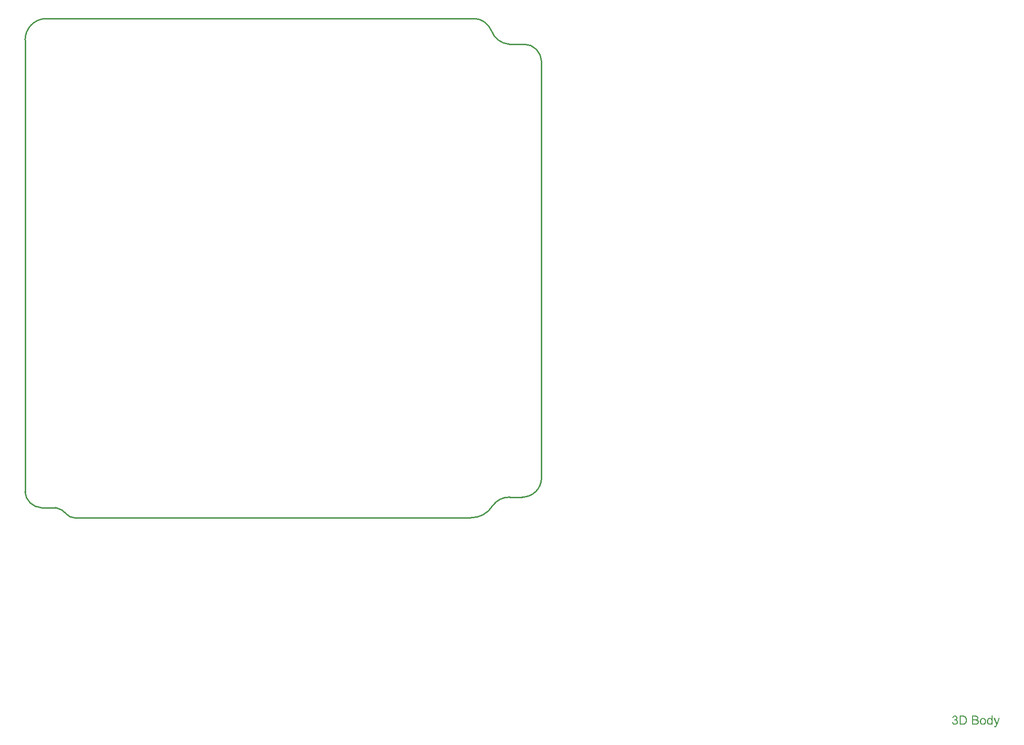
<source format=gm1>
G04*
G04 #@! TF.GenerationSoftware,Altium Limited,Altium Designer,18.1.7 (191)*
G04*
G04 Layer_Color=16711935*
%FSLAX25Y25*%
%MOIN*%
G70*
G01*
G75*
%ADD11C,0.01000*%
G36*
X677463Y-145166D02*
X676744D01*
Y-144592D01*
X676734Y-144601D01*
X676725Y-144619D01*
X676698Y-144656D01*
X676661Y-144701D01*
X676616Y-144747D01*
X676561Y-144801D01*
X676498Y-144865D01*
X676415Y-144929D01*
X676334Y-144993D01*
X676242Y-145057D01*
X676133Y-145111D01*
X676015Y-145157D01*
X675896Y-145202D01*
X675760Y-145239D01*
X675614Y-145257D01*
X675459Y-145266D01*
X675404D01*
X675368Y-145257D01*
X675259Y-145248D01*
X675131Y-145230D01*
X674976Y-145193D01*
X674803Y-145139D01*
X674630Y-145066D01*
X674457Y-144966D01*
X674448D01*
X674439Y-144947D01*
X674384Y-144911D01*
X674302Y-144838D01*
X674202Y-144747D01*
X674083Y-144628D01*
X673965Y-144483D01*
X673846Y-144319D01*
X673746Y-144127D01*
Y-144118D01*
X673737Y-144100D01*
X673728Y-144073D01*
X673710Y-144036D01*
X673692Y-143982D01*
X673664Y-143918D01*
X673646Y-143854D01*
X673628Y-143772D01*
X673582Y-143590D01*
X673537Y-143380D01*
X673509Y-143143D01*
X673500Y-142888D01*
Y-142879D01*
Y-142861D01*
Y-142825D01*
Y-142770D01*
X673509Y-142715D01*
Y-142642D01*
X673528Y-142478D01*
X673555Y-142287D01*
X673600Y-142078D01*
X673655Y-141859D01*
X673728Y-141649D01*
Y-141640D01*
X673737Y-141622D01*
X673755Y-141595D01*
X673774Y-141558D01*
X673828Y-141458D01*
X673901Y-141331D01*
X673992Y-141194D01*
X674111Y-141057D01*
X674247Y-140911D01*
X674411Y-140793D01*
X674420D01*
X674430Y-140784D01*
X674457Y-140766D01*
X674493Y-140748D01*
X674584Y-140702D01*
X674712Y-140638D01*
X674858Y-140584D01*
X675031Y-140538D01*
X675222Y-140502D01*
X675422Y-140492D01*
X675495D01*
X675568Y-140502D01*
X675668Y-140511D01*
X675787Y-140538D01*
X675914Y-140565D01*
X676042Y-140611D01*
X676160Y-140675D01*
X676179Y-140684D01*
X676215Y-140702D01*
X676270Y-140748D01*
X676343Y-140793D01*
X676434Y-140857D01*
X676516Y-140939D01*
X676607Y-141021D01*
X676689Y-141121D01*
Y-138862D01*
X677463D01*
Y-145166D01*
D02*
G37*
G36*
X651254Y-138844D02*
X651372Y-138862D01*
X651518Y-138889D01*
X651682Y-138935D01*
X651846Y-138989D01*
X652010Y-139062D01*
X652019D01*
X652028Y-139071D01*
X652083Y-139099D01*
X652165Y-139153D01*
X652256Y-139217D01*
X652365Y-139308D01*
X652474Y-139408D01*
X652584Y-139527D01*
X652675Y-139664D01*
X652684Y-139682D01*
X652711Y-139727D01*
X652748Y-139809D01*
X652793Y-139909D01*
X652839Y-140028D01*
X652875Y-140164D01*
X652903Y-140319D01*
X652912Y-140474D01*
Y-140492D01*
Y-140547D01*
X652903Y-140620D01*
X652884Y-140720D01*
X652857Y-140839D01*
X652811Y-140966D01*
X652757Y-141094D01*
X652684Y-141221D01*
X652675Y-141240D01*
X652647Y-141276D01*
X652593Y-141340D01*
X652520Y-141413D01*
X652429Y-141495D01*
X652320Y-141586D01*
X652192Y-141668D01*
X652037Y-141750D01*
X652046D01*
X652065Y-141759D01*
X652092Y-141768D01*
X652128Y-141777D01*
X652228Y-141813D01*
X652356Y-141868D01*
X652502Y-141941D01*
X652647Y-142032D01*
X652784Y-142150D01*
X652912Y-142287D01*
X652921Y-142305D01*
X652957Y-142360D01*
X653012Y-142451D01*
X653067Y-142570D01*
X653121Y-142715D01*
X653176Y-142888D01*
X653212Y-143089D01*
X653222Y-143307D01*
Y-143317D01*
Y-143344D01*
Y-143389D01*
X653212Y-143444D01*
X653203Y-143517D01*
X653185Y-143599D01*
X653167Y-143690D01*
X653149Y-143790D01*
X653076Y-144009D01*
X653021Y-144127D01*
X652966Y-144237D01*
X652893Y-144355D01*
X652811Y-144474D01*
X652720Y-144592D01*
X652611Y-144701D01*
X652602Y-144710D01*
X652584Y-144729D01*
X652547Y-144756D01*
X652502Y-144792D01*
X652447Y-144838D01*
X652374Y-144884D01*
X652292Y-144938D01*
X652192Y-144984D01*
X652092Y-145038D01*
X651973Y-145093D01*
X651855Y-145139D01*
X651718Y-145184D01*
X651573Y-145221D01*
X651418Y-145248D01*
X651263Y-145266D01*
X651090Y-145275D01*
X651008D01*
X650953Y-145266D01*
X650880Y-145257D01*
X650798Y-145248D01*
X650707Y-145230D01*
X650607Y-145211D01*
X650388Y-145157D01*
X650161Y-145066D01*
X650042Y-145011D01*
X649933Y-144947D01*
X649823Y-144865D01*
X649714Y-144783D01*
X649705Y-144774D01*
X649687Y-144756D01*
X649659Y-144729D01*
X649632Y-144692D01*
X649587Y-144647D01*
X649541Y-144583D01*
X649486Y-144519D01*
X649432Y-144437D01*
X649377Y-144346D01*
X649322Y-144255D01*
X649222Y-144036D01*
X649140Y-143781D01*
X649113Y-143644D01*
X649095Y-143499D01*
X649869Y-143399D01*
Y-143408D01*
X649878Y-143426D01*
X649887Y-143462D01*
X649896Y-143508D01*
X649905Y-143562D01*
X649924Y-143626D01*
X649969Y-143763D01*
X650033Y-143927D01*
X650115Y-144082D01*
X650206Y-144228D01*
X650315Y-144355D01*
X650334Y-144364D01*
X650370Y-144401D01*
X650443Y-144446D01*
X650534Y-144492D01*
X650643Y-144546D01*
X650780Y-144592D01*
X650935Y-144628D01*
X651099Y-144638D01*
X651154D01*
X651190Y-144628D01*
X651290Y-144619D01*
X651418Y-144592D01*
X651564Y-144546D01*
X651718Y-144483D01*
X651873Y-144392D01*
X652019Y-144264D01*
X652037Y-144246D01*
X652083Y-144191D01*
X652137Y-144109D01*
X652210Y-144000D01*
X652283Y-143863D01*
X652338Y-143708D01*
X652383Y-143526D01*
X652402Y-143326D01*
Y-143317D01*
Y-143298D01*
Y-143271D01*
X652392Y-143235D01*
X652383Y-143134D01*
X652356Y-143016D01*
X652320Y-142870D01*
X652256Y-142724D01*
X652165Y-142579D01*
X652046Y-142442D01*
X652028Y-142424D01*
X651982Y-142387D01*
X651910Y-142333D01*
X651809Y-142269D01*
X651682Y-142205D01*
X651527Y-142150D01*
X651354Y-142114D01*
X651163Y-142096D01*
X651081D01*
X651017Y-142105D01*
X650935Y-142114D01*
X650844Y-142132D01*
X650734Y-142150D01*
X650616Y-142178D01*
X650707Y-141495D01*
X650753D01*
X650789Y-141504D01*
X650908D01*
X651008Y-141486D01*
X651126Y-141467D01*
X651263Y-141440D01*
X651418Y-141394D01*
X651564Y-141331D01*
X651718Y-141249D01*
X651727D01*
X651736Y-141240D01*
X651782Y-141203D01*
X651846Y-141139D01*
X651919Y-141057D01*
X651992Y-140939D01*
X652055Y-140802D01*
X652101Y-140647D01*
X652119Y-140556D01*
Y-140456D01*
Y-140447D01*
Y-140438D01*
Y-140383D01*
X652101Y-140310D01*
X652083Y-140210D01*
X652046Y-140101D01*
X652001Y-139982D01*
X651928Y-139864D01*
X651828Y-139755D01*
X651819Y-139745D01*
X651773Y-139709D01*
X651709Y-139664D01*
X651627Y-139609D01*
X651518Y-139563D01*
X651390Y-139518D01*
X651245Y-139481D01*
X651081Y-139472D01*
X651008D01*
X650926Y-139490D01*
X650816Y-139509D01*
X650698Y-139545D01*
X650580Y-139591D01*
X650452Y-139664D01*
X650334Y-139755D01*
X650324Y-139764D01*
X650288Y-139809D01*
X650233Y-139873D01*
X650170Y-139964D01*
X650106Y-140083D01*
X650042Y-140228D01*
X649987Y-140401D01*
X649951Y-140602D01*
X649177Y-140465D01*
Y-140456D01*
X649186Y-140429D01*
X649195Y-140392D01*
X649204Y-140338D01*
X649222Y-140274D01*
X649250Y-140201D01*
X649304Y-140028D01*
X649395Y-139827D01*
X649505Y-139627D01*
X649641Y-139436D01*
X649814Y-139263D01*
X649823Y-139253D01*
X649842Y-139244D01*
X649869Y-139226D01*
X649905Y-139199D01*
X649951Y-139162D01*
X650015Y-139126D01*
X650078Y-139090D01*
X650161Y-139044D01*
X650343Y-138971D01*
X650552Y-138898D01*
X650798Y-138853D01*
X650926Y-138834D01*
X651154D01*
X651254Y-138844D01*
D02*
G37*
G36*
X680697Y-145239D02*
Y-145248D01*
X680688Y-145275D01*
X680670Y-145312D01*
X680652Y-145357D01*
X680624Y-145421D01*
X680597Y-145494D01*
X680533Y-145649D01*
X680470Y-145822D01*
X680397Y-145995D01*
X680324Y-146150D01*
X680287Y-146214D01*
X680260Y-146277D01*
X680251Y-146295D01*
X680224Y-146341D01*
X680178Y-146405D01*
X680123Y-146487D01*
X680050Y-146578D01*
X679968Y-146669D01*
X679886Y-146760D01*
X679786Y-146833D01*
X679777Y-146842D01*
X679741Y-146860D01*
X679686Y-146888D01*
X679604Y-146924D01*
X679513Y-146961D01*
X679404Y-146988D01*
X679285Y-147006D01*
X679148Y-147015D01*
X679112D01*
X679067Y-147006D01*
X679003D01*
X678930Y-146988D01*
X678848Y-146970D01*
X678757Y-146951D01*
X678657Y-146915D01*
X678575Y-146195D01*
X678584D01*
X678620Y-146204D01*
X678666Y-146214D01*
X678720Y-146232D01*
X678866Y-146259D01*
X679012Y-146268D01*
X679057D01*
X679103Y-146259D01*
X679158D01*
X679294Y-146232D01*
X679358Y-146204D01*
X679422Y-146177D01*
X679431D01*
X679449Y-146159D01*
X679476Y-146141D01*
X679513Y-146113D01*
X679595Y-146040D01*
X679668Y-145940D01*
Y-145931D01*
X679686Y-145913D01*
X679704Y-145877D01*
X679722Y-145822D01*
X679759Y-145749D01*
X679795Y-145640D01*
X679850Y-145512D01*
X679905Y-145357D01*
Y-145348D01*
X679923Y-145312D01*
X679941Y-145248D01*
X679978Y-145166D01*
X678247Y-140593D01*
X679067D01*
X680023Y-143244D01*
Y-143253D01*
X680032Y-143262D01*
X680041Y-143289D01*
X680050Y-143335D01*
X680069Y-143380D01*
X680087Y-143435D01*
X680132Y-143562D01*
X680187Y-143717D01*
X680242Y-143900D01*
X680296Y-144091D01*
X680351Y-144300D01*
Y-144291D01*
X680360Y-144273D01*
X680369Y-144246D01*
X680378Y-144209D01*
X680387Y-144164D01*
X680406Y-144109D01*
X680442Y-143973D01*
X680488Y-143818D01*
X680551Y-143635D01*
X680606Y-143453D01*
X680679Y-143262D01*
X681663Y-140593D01*
X682437D01*
X680697Y-145239D01*
D02*
G37*
G36*
X665620Y-138871D02*
X665693D01*
X665857Y-138889D01*
X666039Y-138907D01*
X666231Y-138944D01*
X666422Y-138989D01*
X666595Y-139053D01*
X666604D01*
X666613Y-139062D01*
X666668Y-139090D01*
X666750Y-139135D01*
X666841Y-139199D01*
X666950Y-139281D01*
X667069Y-139381D01*
X667178Y-139509D01*
X667278Y-139645D01*
X667287Y-139664D01*
X667315Y-139718D01*
X667360Y-139791D01*
X667406Y-139900D01*
X667451Y-140028D01*
X667497Y-140164D01*
X667524Y-140319D01*
X667533Y-140474D01*
Y-140492D01*
Y-140538D01*
X667524Y-140620D01*
X667506Y-140720D01*
X667479Y-140839D01*
X667433Y-140966D01*
X667378Y-141094D01*
X667306Y-141230D01*
X667296Y-141249D01*
X667269Y-141285D01*
X667214Y-141358D01*
X667142Y-141431D01*
X667051Y-141522D01*
X666941Y-141622D01*
X666805Y-141713D01*
X666650Y-141804D01*
X666659D01*
X666677Y-141813D01*
X666704Y-141823D01*
X666741Y-141841D01*
X666850Y-141877D01*
X666978Y-141941D01*
X667114Y-142023D01*
X667269Y-142123D01*
X667406Y-142242D01*
X667533Y-142387D01*
X667542Y-142406D01*
X667579Y-142460D01*
X667633Y-142542D01*
X667688Y-142651D01*
X667743Y-142797D01*
X667798Y-142952D01*
X667834Y-143134D01*
X667843Y-143335D01*
Y-143344D01*
Y-143353D01*
Y-143408D01*
X667834Y-143499D01*
X667816Y-143608D01*
X667798Y-143736D01*
X667761Y-143872D01*
X667716Y-144018D01*
X667652Y-144164D01*
X667643Y-144182D01*
X667615Y-144228D01*
X667579Y-144291D01*
X667524Y-144382D01*
X667451Y-144474D01*
X667378Y-144574D01*
X667287Y-144674D01*
X667187Y-144756D01*
X667178Y-144765D01*
X667142Y-144792D01*
X667078Y-144829D01*
X666996Y-144865D01*
X666896Y-144920D01*
X666777Y-144975D01*
X666650Y-145020D01*
X666495Y-145066D01*
X666476D01*
X666422Y-145084D01*
X666331Y-145093D01*
X666212Y-145111D01*
X666067Y-145130D01*
X665894Y-145148D01*
X665702Y-145157D01*
X665484Y-145166D01*
X663078D01*
Y-138862D01*
X665556D01*
X665620Y-138871D01*
D02*
G37*
G36*
X656893D02*
X657075Y-138880D01*
X657257Y-138898D01*
X657439Y-138926D01*
X657594Y-138953D01*
X657603D01*
X657622Y-138962D01*
X657649D01*
X657685Y-138980D01*
X657786Y-139007D01*
X657913Y-139053D01*
X658059Y-139117D01*
X658214Y-139199D01*
X658369Y-139290D01*
X658514Y-139408D01*
X658524Y-139418D01*
X658533Y-139427D01*
X658560Y-139454D01*
X658596Y-139481D01*
X658687Y-139572D01*
X658797Y-139700D01*
X658915Y-139855D01*
X659043Y-140037D01*
X659161Y-140246D01*
X659261Y-140483D01*
Y-140492D01*
X659270Y-140511D01*
X659289Y-140547D01*
X659298Y-140602D01*
X659325Y-140666D01*
X659343Y-140738D01*
X659362Y-140820D01*
X659389Y-140921D01*
X659416Y-141021D01*
X659435Y-141139D01*
X659480Y-141394D01*
X659507Y-141677D01*
X659516Y-141987D01*
Y-141996D01*
Y-142014D01*
Y-142059D01*
Y-142105D01*
X659507Y-142169D01*
Y-142242D01*
X659498Y-142415D01*
X659471Y-142615D01*
X659444Y-142825D01*
X659398Y-143043D01*
X659343Y-143262D01*
Y-143271D01*
X659334Y-143289D01*
X659325Y-143317D01*
X659316Y-143353D01*
X659280Y-143453D01*
X659225Y-143581D01*
X659170Y-143727D01*
X659097Y-143872D01*
X659006Y-144027D01*
X658915Y-144173D01*
X658906Y-144191D01*
X658870Y-144237D01*
X658815Y-144300D01*
X658742Y-144382D01*
X658660Y-144474D01*
X658560Y-144565D01*
X658460Y-144665D01*
X658341Y-144747D01*
X658323Y-144756D01*
X658287Y-144783D01*
X658223Y-144820D01*
X658132Y-144865D01*
X658022Y-144920D01*
X657895Y-144966D01*
X657749Y-145020D01*
X657585Y-145066D01*
X657567D01*
X657540Y-145075D01*
X657512Y-145084D01*
X657421Y-145093D01*
X657294Y-145111D01*
X657148Y-145130D01*
X656975Y-145148D01*
X656783Y-145157D01*
X656574Y-145166D01*
X654306D01*
Y-138862D01*
X656729D01*
X656893Y-138871D01*
D02*
G37*
G36*
X670895Y-140502D02*
X670977Y-140511D01*
X671068Y-140529D01*
X671168Y-140547D01*
X671287Y-140565D01*
X671533Y-140647D01*
X671660Y-140693D01*
X671788Y-140757D01*
X671915Y-140820D01*
X672043Y-140911D01*
X672161Y-141003D01*
X672280Y-141112D01*
X672289Y-141121D01*
X672307Y-141139D01*
X672334Y-141176D01*
X672371Y-141221D01*
X672416Y-141285D01*
X672471Y-141367D01*
X672526Y-141458D01*
X672580Y-141558D01*
X672635Y-141668D01*
X672689Y-141804D01*
X672744Y-141941D01*
X672790Y-142096D01*
X672826Y-142260D01*
X672854Y-142433D01*
X672872Y-142615D01*
X672881Y-142815D01*
Y-142825D01*
Y-142852D01*
Y-142897D01*
Y-142961D01*
X672872Y-143034D01*
X672863Y-143125D01*
Y-143216D01*
X672844Y-143317D01*
X672817Y-143544D01*
X672762Y-143772D01*
X672699Y-144000D01*
X672608Y-144209D01*
Y-144219D01*
X672598Y-144228D01*
X672580Y-144255D01*
X672562Y-144291D01*
X672498Y-144382D01*
X672416Y-144492D01*
X672307Y-144619D01*
X672170Y-144747D01*
X672015Y-144874D01*
X671833Y-144993D01*
X671824D01*
X671815Y-145002D01*
X671788Y-145020D01*
X671742Y-145038D01*
X671697Y-145057D01*
X671642Y-145075D01*
X671505Y-145130D01*
X671350Y-145175D01*
X671159Y-145221D01*
X670959Y-145257D01*
X670740Y-145266D01*
X670649D01*
X670576Y-145257D01*
X670494Y-145248D01*
X670403Y-145230D01*
X670294Y-145211D01*
X670184Y-145193D01*
X669938Y-145120D01*
X669802Y-145066D01*
X669674Y-145011D01*
X669547Y-144938D01*
X669419Y-144856D01*
X669301Y-144765D01*
X669182Y-144656D01*
X669173Y-144647D01*
X669155Y-144628D01*
X669128Y-144592D01*
X669091Y-144537D01*
X669045Y-144474D01*
X669000Y-144401D01*
X668945Y-144310D01*
X668891Y-144200D01*
X668836Y-144082D01*
X668781Y-143945D01*
X668736Y-143799D01*
X668690Y-143644D01*
X668654Y-143471D01*
X668626Y-143289D01*
X668608Y-143089D01*
X668599Y-142879D01*
Y-142861D01*
Y-142825D01*
X668608Y-142761D01*
Y-142670D01*
X668617Y-142570D01*
X668636Y-142442D01*
X668654Y-142315D01*
X668690Y-142169D01*
X668727Y-142023D01*
X668772Y-141868D01*
X668827Y-141704D01*
X668900Y-141549D01*
X668973Y-141403D01*
X669073Y-141258D01*
X669173Y-141121D01*
X669301Y-141003D01*
X669310Y-140993D01*
X669328Y-140984D01*
X669364Y-140957D01*
X669410Y-140921D01*
X669465Y-140884D01*
X669537Y-140839D01*
X669610Y-140793D01*
X669701Y-140748D01*
X669802Y-140702D01*
X669911Y-140656D01*
X670157Y-140575D01*
X670439Y-140511D01*
X670585Y-140502D01*
X670740Y-140492D01*
X670831D01*
X670895Y-140502D01*
D02*
G37*
%LPC*%
G36*
X675504Y-141130D02*
X675459D01*
X675422Y-141139D01*
X675322Y-141148D01*
X675204Y-141185D01*
X675067Y-141230D01*
X674922Y-141312D01*
X674776Y-141413D01*
X674703Y-141486D01*
X674639Y-141558D01*
Y-141568D01*
X674621Y-141577D01*
X674612Y-141604D01*
X674584Y-141640D01*
X674557Y-141686D01*
X674530Y-141741D01*
X674502Y-141804D01*
X674466Y-141877D01*
X674430Y-141968D01*
X674402Y-142069D01*
X674375Y-142178D01*
X674348Y-142296D01*
X674329Y-142424D01*
X674311Y-142570D01*
X674293Y-142724D01*
Y-142888D01*
Y-142897D01*
Y-142925D01*
Y-142970D01*
X674302Y-143034D01*
Y-143107D01*
X674311Y-143189D01*
X674338Y-143380D01*
X674384Y-143590D01*
X674448Y-143808D01*
X674539Y-144018D01*
X674593Y-144109D01*
X674657Y-144200D01*
X674666D01*
X674676Y-144219D01*
X674721Y-144264D01*
X674803Y-144337D01*
X674903Y-144410D01*
X675031Y-144492D01*
X675186Y-144565D01*
X675350Y-144610D01*
X675441Y-144619D01*
X675532Y-144628D01*
X675577D01*
X675614Y-144619D01*
X675714Y-144610D01*
X675833Y-144574D01*
X675969Y-144528D01*
X676115Y-144455D01*
X676261Y-144355D01*
X676334Y-144291D01*
X676397Y-144219D01*
Y-144209D01*
X676415Y-144200D01*
X676434Y-144173D01*
X676452Y-144137D01*
X676479Y-144091D01*
X676516Y-144045D01*
X676543Y-143973D01*
X676580Y-143900D01*
X676616Y-143818D01*
X676643Y-143727D01*
X676680Y-143617D01*
X676707Y-143508D01*
X676725Y-143380D01*
X676744Y-143253D01*
X676762Y-143107D01*
Y-142952D01*
Y-142943D01*
Y-142907D01*
Y-142861D01*
X676753Y-142797D01*
Y-142724D01*
X676744Y-142633D01*
X676734Y-142533D01*
X676716Y-142424D01*
X676671Y-142205D01*
X676607Y-141977D01*
X676516Y-141759D01*
X676461Y-141668D01*
X676397Y-141577D01*
Y-141568D01*
X676379Y-141558D01*
X676334Y-141504D01*
X676252Y-141431D01*
X676151Y-141349D01*
X676024Y-141267D01*
X675869Y-141203D01*
X675696Y-141148D01*
X675605Y-141139D01*
X675504Y-141130D01*
D02*
G37*
G36*
X665411Y-139609D02*
X663917D01*
Y-141504D01*
X665465D01*
X665584Y-141495D01*
X665711Y-141486D01*
X665839Y-141476D01*
X665966Y-141458D01*
X666067Y-141440D01*
X666085Y-141431D01*
X666121Y-141422D01*
X666176Y-141394D01*
X666249Y-141358D01*
X666322Y-141322D01*
X666404Y-141267D01*
X666486Y-141194D01*
X666549Y-141121D01*
X666559Y-141112D01*
X666577Y-141085D01*
X666604Y-141030D01*
X666631Y-140966D01*
X666659Y-140893D01*
X666686Y-140802D01*
X666704Y-140693D01*
X666713Y-140575D01*
Y-140556D01*
Y-140520D01*
X666704Y-140465D01*
X666695Y-140392D01*
X666677Y-140301D01*
X666650Y-140210D01*
X666613Y-140119D01*
X666559Y-140028D01*
X666549Y-140019D01*
X666531Y-139991D01*
X666495Y-139946D01*
X666449Y-139900D01*
X666385Y-139846D01*
X666313Y-139791D01*
X666221Y-139736D01*
X666121Y-139700D01*
X666112D01*
X666067Y-139682D01*
X666003Y-139673D01*
X665903Y-139654D01*
X665766Y-139636D01*
X665611Y-139627D01*
X665411Y-139609D01*
D02*
G37*
G36*
X665575Y-142251D02*
X663917D01*
Y-144419D01*
X665711D01*
X665903Y-144410D01*
X665985Y-144401D01*
X666057Y-144392D01*
X666067D01*
X666103Y-144382D01*
X666158Y-144373D01*
X666221Y-144355D01*
X666376Y-144300D01*
X666531Y-144228D01*
X666540Y-144219D01*
X666568Y-144200D01*
X666604Y-144173D01*
X666650Y-144137D01*
X666695Y-144082D01*
X666759Y-144027D01*
X666805Y-143954D01*
X666859Y-143872D01*
X666868Y-143863D01*
X666877Y-143836D01*
X666896Y-143781D01*
X666923Y-143717D01*
X666950Y-143644D01*
X666968Y-143553D01*
X666978Y-143444D01*
X666987Y-143335D01*
Y-143317D01*
Y-143280D01*
X666978Y-143207D01*
X666959Y-143125D01*
X666941Y-143034D01*
X666905Y-142934D01*
X666859Y-142834D01*
X666795Y-142734D01*
X666786Y-142724D01*
X666759Y-142688D01*
X666722Y-142642D01*
X666668Y-142588D01*
X666595Y-142524D01*
X666504Y-142460D01*
X666404Y-142406D01*
X666285Y-142360D01*
X666267Y-142351D01*
X666231Y-142342D01*
X666149Y-142324D01*
X666048Y-142305D01*
X665921Y-142287D01*
X665766Y-142269D01*
X665575Y-142251D01*
D02*
G37*
G36*
X656601Y-139609D02*
X655144D01*
Y-144419D01*
X656638D01*
X656702Y-144410D01*
X656838Y-144401D01*
X656993Y-144392D01*
X657157Y-144373D01*
X657321Y-144346D01*
X657458Y-144310D01*
X657476Y-144300D01*
X657521Y-144291D01*
X657585Y-144264D01*
X657667Y-144228D01*
X657758Y-144173D01*
X657849Y-144118D01*
X657940Y-144054D01*
X658032Y-143982D01*
X658041Y-143963D01*
X658077Y-143927D01*
X658132Y-143863D01*
X658195Y-143772D01*
X658268Y-143654D01*
X658350Y-143517D01*
X658423Y-143362D01*
X658487Y-143189D01*
Y-143180D01*
X658496Y-143162D01*
X658505Y-143134D01*
X658514Y-143098D01*
X658524Y-143052D01*
X658542Y-142989D01*
X658560Y-142925D01*
X658578Y-142852D01*
X658605Y-142670D01*
X658633Y-142460D01*
X658651Y-142223D01*
X658660Y-141968D01*
Y-141959D01*
Y-141923D01*
Y-141877D01*
X658651Y-141804D01*
Y-141722D01*
X658642Y-141631D01*
X658633Y-141522D01*
X658624Y-141413D01*
X658578Y-141167D01*
X658524Y-140911D01*
X658441Y-140675D01*
X658387Y-140556D01*
X658332Y-140456D01*
Y-140447D01*
X658314Y-140429D01*
X658296Y-140401D01*
X658278Y-140365D01*
X658205Y-140274D01*
X658113Y-140164D01*
X657995Y-140046D01*
X657859Y-139928D01*
X657704Y-139827D01*
X657540Y-139745D01*
X657521Y-139736D01*
X657476Y-139727D01*
X657394Y-139700D01*
X657275Y-139673D01*
X657130Y-139654D01*
X656948Y-139627D01*
X656838Y-139618D01*
X656720D01*
X656601Y-139609D01*
D02*
G37*
G36*
X670740Y-141130D02*
X670685D01*
X670640Y-141139D01*
X670540Y-141148D01*
X670403Y-141185D01*
X670248Y-141240D01*
X670084Y-141312D01*
X669929Y-141422D01*
X669847Y-141495D01*
X669774Y-141568D01*
Y-141577D01*
X669756Y-141586D01*
X669738Y-141613D01*
X669711Y-141649D01*
X669683Y-141695D01*
X669656Y-141750D01*
X669620Y-141823D01*
X669583Y-141895D01*
X669547Y-141987D01*
X669510Y-142078D01*
X669483Y-142187D01*
X669455Y-142305D01*
X669428Y-142433D01*
X669410Y-142570D01*
X669401Y-142724D01*
X669392Y-142879D01*
Y-142888D01*
Y-142916D01*
Y-142961D01*
X669401Y-143025D01*
Y-143098D01*
X669410Y-143180D01*
X669437Y-143371D01*
X669483Y-143590D01*
X669556Y-143808D01*
X669647Y-144018D01*
X669711Y-144109D01*
X669774Y-144200D01*
X669783D01*
X669793Y-144219D01*
X669847Y-144264D01*
X669929Y-144337D01*
X670039Y-144410D01*
X670175Y-144492D01*
X670339Y-144565D01*
X670531Y-144610D01*
X670631Y-144619D01*
X670740Y-144628D01*
X670795D01*
X670840Y-144619D01*
X670940Y-144601D01*
X671077Y-144574D01*
X671223Y-144519D01*
X671387Y-144446D01*
X671542Y-144337D01*
X671624Y-144264D01*
X671697Y-144191D01*
X671706Y-144182D01*
X671715Y-144173D01*
X671733Y-144146D01*
X671760Y-144109D01*
X671788Y-144064D01*
X671824Y-144009D01*
X671861Y-143936D01*
X671897Y-143863D01*
X671933Y-143772D01*
X671961Y-143672D01*
X671997Y-143562D01*
X672024Y-143444D01*
X672052Y-143307D01*
X672070Y-143171D01*
X672088Y-143016D01*
Y-142852D01*
Y-142843D01*
Y-142815D01*
Y-142770D01*
X672079Y-142715D01*
Y-142642D01*
X672070Y-142560D01*
X672043Y-142369D01*
X671997Y-142169D01*
X671924Y-141950D01*
X671824Y-141750D01*
X671769Y-141649D01*
X671697Y-141568D01*
Y-141558D01*
X671678Y-141549D01*
X671624Y-141495D01*
X671542Y-141431D01*
X671432Y-141349D01*
X671296Y-141267D01*
X671132Y-141194D01*
X670950Y-141148D01*
X670849Y-141139D01*
X670740Y-141130D01*
D02*
G37*
%LPD*%
D11*
X40Y18031D02*
G03*
X11317Y6947I11796J722D01*
G01*
X29279Y2252D02*
G03*
X21524Y6947I-10086J-7908D01*
G01*
X29279Y2252D02*
G03*
X34488Y-72I4950J4095D01*
G01*
X311967Y-72D02*
G03*
X327284Y8149I575J17307D01*
G01*
X348242Y14356D02*
G03*
X361631Y27952I-102J13490D01*
G01*
X339435Y14356D02*
G03*
X327284Y8149I-253J-14503D01*
G01*
X361631Y319610D02*
G03*
X349410Y331905I-12330J-35D01*
G01*
X326575Y341338D02*
G03*
X338899Y331927I13326J4677D01*
G01*
X326575Y341220D02*
G03*
X314725Y349881I-12571J-4763D01*
G01*
X14449D02*
G03*
X45Y335005I609J-15002D01*
G01*
X11317Y6947D02*
X21524D01*
X34488Y-72D02*
X311967Y-72D01*
X339182Y14356D02*
X348242D01*
X361631Y27952D02*
X361631Y319610D01*
X338899Y331927D02*
X349301D01*
X16575Y349881D02*
X314725D01*
X14449D02*
X16575D01*
X40Y18031D02*
Y334880D01*
M02*

</source>
